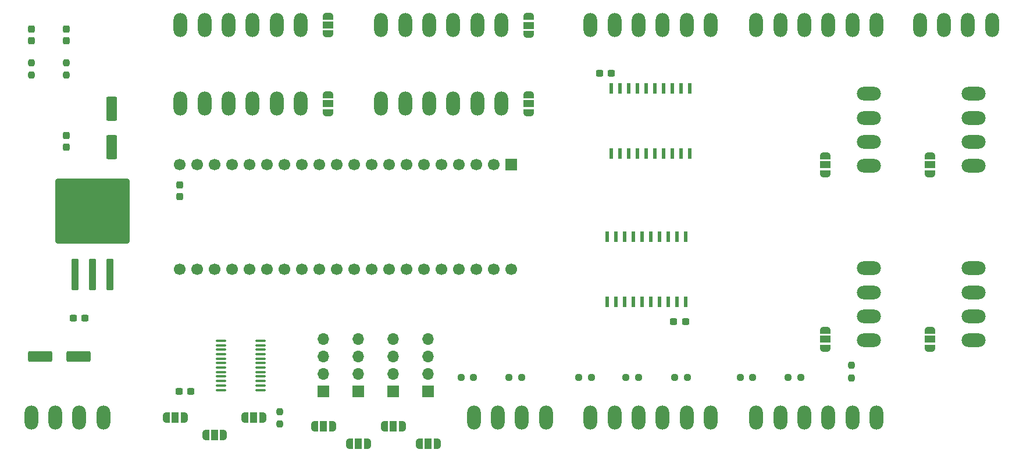
<source format=gbr>
%TF.GenerationSoftware,KiCad,Pcbnew,8.0.2*%
%TF.CreationDate,2024-06-18T22:48:15+02:00*%
%TF.ProjectId,radom-controller,7261646f-6d2d-4636-9f6e-74726f6c6c65,rev?*%
%TF.SameCoordinates,Original*%
%TF.FileFunction,Soldermask,Top*%
%TF.FilePolarity,Negative*%
%FSLAX46Y46*%
G04 Gerber Fmt 4.6, Leading zero omitted, Abs format (unit mm)*
G04 Created by KiCad (PCBNEW 8.0.2) date 2024-06-18 22:48:15*
%MOMM*%
%LPD*%
G01*
G04 APERTURE LIST*
G04 Aperture macros list*
%AMRoundRect*
0 Rectangle with rounded corners*
0 $1 Rounding radius*
0 $2 $3 $4 $5 $6 $7 $8 $9 X,Y pos of 4 corners*
0 Add a 4 corners polygon primitive as box body*
4,1,4,$2,$3,$4,$5,$6,$7,$8,$9,$2,$3,0*
0 Add four circle primitives for the rounded corners*
1,1,$1+$1,$2,$3*
1,1,$1+$1,$4,$5*
1,1,$1+$1,$6,$7*
1,1,$1+$1,$8,$9*
0 Add four rect primitives between the rounded corners*
20,1,$1+$1,$2,$3,$4,$5,0*
20,1,$1+$1,$4,$5,$6,$7,0*
20,1,$1+$1,$6,$7,$8,$9,0*
20,1,$1+$1,$8,$9,$2,$3,0*%
%AMFreePoly0*
4,1,19,0.550000,-0.750000,0.000000,-0.750000,0.000000,-0.744911,-0.071157,-0.744911,-0.207708,-0.704816,-0.327430,-0.627875,-0.420627,-0.520320,-0.479746,-0.390866,-0.500000,-0.250000,-0.500000,0.250000,-0.479746,0.390866,-0.420627,0.520320,-0.327430,0.627875,-0.207708,0.704816,-0.071157,0.744911,0.000000,0.744911,0.000000,0.750000,0.550000,0.750000,0.550000,-0.750000,0.550000,-0.750000,
$1*%
%AMFreePoly1*
4,1,19,0.000000,0.744911,0.071157,0.744911,0.207708,0.704816,0.327430,0.627875,0.420627,0.520320,0.479746,0.390866,0.500000,0.250000,0.500000,-0.250000,0.479746,-0.390866,0.420627,-0.520320,0.327430,-0.627875,0.207708,-0.704816,0.071157,-0.744911,0.000000,-0.744911,0.000000,-0.750000,-0.550000,-0.750000,-0.550000,0.750000,0.000000,0.750000,0.000000,0.744911,0.000000,0.744911,
$1*%
G04 Aperture macros list end*
%ADD10RoundRect,0.237500X-0.237500X0.287500X-0.237500X-0.287500X0.237500X-0.287500X0.237500X0.287500X0*%
%ADD11FreePoly0,0.000000*%
%ADD12R,1.000000X1.500000*%
%ADD13FreePoly1,0.000000*%
%ADD14O,2.000000X3.500000*%
%ADD15RoundRect,0.237500X0.300000X0.237500X-0.300000X0.237500X-0.300000X-0.237500X0.300000X-0.237500X0*%
%ADD16FreePoly0,270.000000*%
%ADD17R,1.500000X1.000000*%
%ADD18FreePoly1,270.000000*%
%ADD19O,3.500000X2.000000*%
%ADD20RoundRect,0.237500X0.237500X-0.250000X0.237500X0.250000X-0.237500X0.250000X-0.237500X-0.250000X0*%
%ADD21R,1.700000X1.700000*%
%ADD22C,1.700000*%
%ADD23RoundRect,0.237500X0.250000X0.237500X-0.250000X0.237500X-0.250000X-0.237500X0.250000X-0.237500X0*%
%ADD24R,0.600000X1.500000*%
%ADD25O,1.700000X1.700000*%
%ADD26RoundRect,0.237500X-0.237500X0.300000X-0.237500X-0.300000X0.237500X-0.300000X0.237500X0.300000X0*%
%ADD27RoundRect,0.250000X0.300000X-2.050000X0.300000X2.050000X-0.300000X2.050000X-0.300000X-2.050000X0*%
%ADD28RoundRect,0.250002X5.149998X-4.449998X5.149998X4.449998X-5.149998X4.449998X-5.149998X-4.449998X0*%
%ADD29RoundRect,0.250000X1.500000X0.550000X-1.500000X0.550000X-1.500000X-0.550000X1.500000X-0.550000X0*%
%ADD30RoundRect,0.237500X0.237500X-0.300000X0.237500X0.300000X-0.237500X0.300000X-0.237500X-0.300000X0*%
%ADD31RoundRect,0.100000X0.637500X0.100000X-0.637500X0.100000X-0.637500X-0.100000X0.637500X-0.100000X0*%
%ADD32RoundRect,0.250000X0.550000X-1.500000X0.550000X1.500000X-0.550000X1.500000X-0.550000X-1.500000X0*%
G04 APERTURE END LIST*
D10*
%TO.C,D2*%
X60960000Y-71656000D03*
X60960000Y-73406000D03*
%TD*%
D11*
%TO.C,JP11*%
X75535000Y-128270000D03*
D12*
X76835000Y-128270000D03*
D13*
X78135000Y-128270000D03*
%TD*%
D14*
%TO.C,J8*%
X124320000Y-82550000D03*
X120820000Y-82550000D03*
X117320000Y-82550000D03*
X113820000Y-82550000D03*
X110320000Y-82550000D03*
X106820000Y-82550000D03*
%TD*%
%TO.C,J10*%
X178930000Y-71120000D03*
X175430000Y-71120000D03*
X171930000Y-71120000D03*
X168430000Y-71120000D03*
X164930000Y-71120000D03*
X161430000Y-71120000D03*
%TD*%
%TO.C,J3*%
X137300000Y-128270000D03*
X140800000Y-128270000D03*
X144300000Y-128270000D03*
X147800000Y-128270000D03*
X151300000Y-128270000D03*
X154800000Y-128270000D03*
%TD*%
D15*
%TO.C,C7*%
X140335000Y-78105000D03*
X138610000Y-78105000D03*
%TD*%
D16*
%TO.C,JP7*%
X186690000Y-115540000D03*
D17*
X186690000Y-116840000D03*
D18*
X186690000Y-118140000D03*
%TD*%
D14*
%TO.C,J4*%
X120310000Y-128270000D03*
X123810000Y-128270000D03*
X127310000Y-128270000D03*
X130810000Y-128270000D03*
%TD*%
%TO.C,J2*%
X161430000Y-128270000D03*
X164930000Y-128270000D03*
X168430000Y-128270000D03*
X171930000Y-128270000D03*
X175430000Y-128270000D03*
X178930000Y-128270000D03*
%TD*%
D16*
%TO.C,JP2*%
X128270000Y-69850000D03*
D17*
X128270000Y-71150000D03*
D18*
X128270000Y-72450000D03*
%TD*%
D15*
%TO.C,C1*%
X151130000Y-114300000D03*
X149405000Y-114300000D03*
%TD*%
D19*
%TO.C,J12*%
X177800000Y-117010000D03*
X177800000Y-113510000D03*
X177800000Y-110010000D03*
X177800000Y-106510000D03*
%TD*%
D16*
%TO.C,JP5*%
X171450000Y-115540000D03*
D17*
X171450000Y-116840000D03*
D18*
X171450000Y-118140000D03*
%TD*%
D16*
%TO.C,JP3*%
X99060000Y-81250000D03*
D17*
X99060000Y-82550000D03*
D18*
X99060000Y-83850000D03*
%TD*%
D20*
%TO.C,R11*%
X92075000Y-129182500D03*
X92075000Y-127357500D03*
%TD*%
D21*
%TO.C,U3*%
X125730000Y-91440000D03*
D22*
X123190000Y-91440000D03*
X120650000Y-91440000D03*
X118110000Y-91440000D03*
X115570000Y-91440000D03*
X113030000Y-91440000D03*
X110490000Y-91440000D03*
X107950000Y-91440000D03*
X105410000Y-91440000D03*
X102870000Y-91440000D03*
X100330000Y-91440000D03*
X97790000Y-91440000D03*
X95250000Y-91440000D03*
X92710000Y-91440000D03*
X90170000Y-91440000D03*
X87630000Y-91440000D03*
X85090000Y-91440000D03*
X82550000Y-91440000D03*
X80010000Y-91440000D03*
X77470000Y-91440000D03*
X77470000Y-106680000D03*
X80010000Y-106680000D03*
X82550000Y-106680000D03*
X85090000Y-106680000D03*
X87630000Y-106680000D03*
X90170000Y-106680000D03*
X92710000Y-106680000D03*
X95250000Y-106680000D03*
X97790000Y-106680000D03*
X100330000Y-106680000D03*
X102870000Y-106680000D03*
X105410000Y-106680000D03*
X107950000Y-106680000D03*
X110490000Y-106680000D03*
X113030000Y-106680000D03*
X115570000Y-106680000D03*
X118110000Y-106680000D03*
X120650000Y-106680000D03*
X123190000Y-106680000D03*
X125730000Y-106680000D03*
%TD*%
D14*
%TO.C,J9*%
X154800000Y-71120000D03*
X151300000Y-71120000D03*
X147800000Y-71120000D03*
X144300000Y-71120000D03*
X140800000Y-71120000D03*
X137300000Y-71120000D03*
%TD*%
D23*
%TO.C,R10*%
X120292500Y-122428000D03*
X118467500Y-122428000D03*
%TD*%
%TO.C,R4*%
X160932500Y-122428000D03*
X159107500Y-122428000D03*
%TD*%
%TO.C,R7*%
X137437500Y-122428000D03*
X135612500Y-122428000D03*
%TD*%
D16*
%TO.C,JP12*%
X186690000Y-90140000D03*
D17*
X186690000Y-91440000D03*
D18*
X186690000Y-92740000D03*
%TD*%
D20*
%TO.C,R2*%
X175260000Y-122475000D03*
X175260000Y-120650000D03*
%TD*%
D15*
%TO.C,C8*%
X79094500Y-124460000D03*
X77369500Y-124460000D03*
%TD*%
D24*
%TO.C,U1*%
X151130000Y-101930000D03*
X149860000Y-101930000D03*
X148590000Y-101930000D03*
X147320000Y-101930000D03*
X146050000Y-101930000D03*
X144780000Y-101930000D03*
X143510000Y-101930000D03*
X142240000Y-101930000D03*
X140970000Y-101930000D03*
X139700000Y-101930000D03*
X139700000Y-111430000D03*
X140970000Y-111430000D03*
X142240000Y-111430000D03*
X143510000Y-111430000D03*
X144780000Y-111430000D03*
X146050000Y-111430000D03*
X147320000Y-111430000D03*
X148590000Y-111430000D03*
X149860000Y-111430000D03*
X151130000Y-111430000D03*
%TD*%
D20*
%TO.C,R1*%
X55880000Y-78382500D03*
X55880000Y-76557500D03*
%TD*%
D19*
%TO.C,J16*%
X193040000Y-91610000D03*
X193040000Y-88110000D03*
X193040000Y-84610000D03*
X193040000Y-81110000D03*
%TD*%
D16*
%TO.C,JP14*%
X171450000Y-90140000D03*
D17*
X171450000Y-91440000D03*
D18*
X171450000Y-92740000D03*
%TD*%
D11*
%TO.C,JP6*%
X112365000Y-132080000D03*
D12*
X113665000Y-132080000D03*
D13*
X114965000Y-132080000D03*
%TD*%
D14*
%TO.C,J6*%
X124320000Y-71120000D03*
X120820000Y-71120000D03*
X117320000Y-71120000D03*
X113820000Y-71120000D03*
X110320000Y-71120000D03*
X106820000Y-71120000D03*
%TD*%
D21*
%TO.C,J13*%
X113665000Y-124460000D03*
D25*
X113665000Y-121920000D03*
X113665000Y-119380000D03*
X113665000Y-116840000D03*
%TD*%
D11*
%TO.C,JP15*%
X97125000Y-129540000D03*
D12*
X98425000Y-129540000D03*
D13*
X99725000Y-129540000D03*
%TD*%
D14*
%TO.C,J5*%
X95110000Y-71120000D03*
X91610000Y-71120000D03*
X88110000Y-71120000D03*
X84610000Y-71120000D03*
X81110000Y-71120000D03*
X77610000Y-71120000D03*
%TD*%
D23*
%TO.C,R3*%
X167917500Y-122428000D03*
X166092500Y-122428000D03*
%TD*%
D11*
%TO.C,JP10*%
X81280000Y-130810000D03*
D12*
X82580000Y-130810000D03*
D13*
X83880000Y-130810000D03*
%TD*%
D11*
%TO.C,JP9*%
X86965000Y-128270000D03*
D12*
X88265000Y-128270000D03*
D13*
X89565000Y-128270000D03*
%TD*%
D19*
%TO.C,J14*%
X193040000Y-117010000D03*
X193040000Y-113510000D03*
X193040000Y-110010000D03*
X193040000Y-106510000D03*
%TD*%
D21*
%TO.C,J17*%
X103505000Y-124460000D03*
D25*
X103505000Y-121920000D03*
X103505000Y-119380000D03*
X103505000Y-116840000D03*
%TD*%
D16*
%TO.C,JP1*%
X99060000Y-69790000D03*
D17*
X99060000Y-71090000D03*
D18*
X99060000Y-72390000D03*
%TD*%
D26*
%TO.C,C6*%
X77470000Y-94387500D03*
X77470000Y-96112500D03*
%TD*%
D19*
%TO.C,J18*%
X177800000Y-91610000D03*
X177800000Y-88110000D03*
X177800000Y-84610000D03*
X177800000Y-81110000D03*
%TD*%
D27*
%TO.C,U2*%
X62249000Y-107375000D03*
X64789000Y-107375000D03*
D28*
X64789000Y-98225000D03*
D27*
X67329000Y-107375000D03*
%TD*%
D11*
%TO.C,JP13*%
X102205000Y-132080000D03*
D12*
X103505000Y-132080000D03*
D13*
X104805000Y-132080000D03*
%TD*%
D10*
%TO.C,D1*%
X55880000Y-71656000D03*
X55880000Y-73406000D03*
%TD*%
D21*
%TO.C,J15*%
X108585000Y-124460000D03*
D25*
X108585000Y-121920000D03*
X108585000Y-119380000D03*
X108585000Y-116840000D03*
%TD*%
D23*
%TO.C,R9*%
X127277500Y-122428000D03*
X125452500Y-122428000D03*
%TD*%
D14*
%TO.C,J11*%
X195750000Y-71120000D03*
X192250000Y-71120000D03*
X188750000Y-71120000D03*
X185250000Y-71120000D03*
%TD*%
D23*
%TO.C,R5*%
X151384000Y-122428000D03*
X149559000Y-122428000D03*
%TD*%
D15*
%TO.C,C3*%
X63701000Y-113792000D03*
X61976000Y-113792000D03*
%TD*%
D14*
%TO.C,J1*%
X55880000Y-128270000D03*
X59380000Y-128270000D03*
X62880000Y-128270000D03*
X66380000Y-128270000D03*
%TD*%
%TO.C,J7*%
X95110000Y-82550000D03*
X91610000Y-82550000D03*
X88110000Y-82550000D03*
X84610000Y-82550000D03*
X81110000Y-82550000D03*
X77610000Y-82550000D03*
%TD*%
D21*
%TO.C,J19*%
X98425000Y-124460000D03*
D25*
X98425000Y-121920000D03*
X98425000Y-119380000D03*
X98425000Y-116840000D03*
%TD*%
D24*
%TO.C,U4*%
X140335000Y-89840000D03*
X141605000Y-89840000D03*
X142875000Y-89840000D03*
X144145000Y-89840000D03*
X145415000Y-89840000D03*
X146685000Y-89840000D03*
X147955000Y-89840000D03*
X149225000Y-89840000D03*
X150495000Y-89840000D03*
X151765000Y-89840000D03*
X151765000Y-80340000D03*
X150495000Y-80340000D03*
X149225000Y-80340000D03*
X147955000Y-80340000D03*
X146685000Y-80340000D03*
X145415000Y-80340000D03*
X144145000Y-80340000D03*
X142875000Y-80340000D03*
X141605000Y-80340000D03*
X140335000Y-80340000D03*
%TD*%
D16*
%TO.C,JP4*%
X128270000Y-81250000D03*
D17*
X128270000Y-82550000D03*
D18*
X128270000Y-83850000D03*
%TD*%
D20*
%TO.C,R8*%
X60960000Y-78382500D03*
X60960000Y-76557500D03*
%TD*%
D29*
%TO.C,C2*%
X62744000Y-119380000D03*
X57144000Y-119380000D03*
%TD*%
D11*
%TO.C,JP8*%
X107285000Y-129540000D03*
D12*
X108585000Y-129540000D03*
D13*
X109885000Y-129540000D03*
%TD*%
D30*
%TO.C,C4*%
X60960000Y-88900000D03*
X60960000Y-87175000D03*
%TD*%
D31*
%TO.C,U5*%
X89222500Y-124225000D03*
X89222500Y-123575000D03*
X89222500Y-122925000D03*
X89222500Y-122275000D03*
X89222500Y-121625000D03*
X89222500Y-120975000D03*
X89222500Y-120325000D03*
X89222500Y-119675000D03*
X89222500Y-119025000D03*
X89222500Y-118375000D03*
X89222500Y-117725000D03*
X89222500Y-117075000D03*
X83497500Y-117075000D03*
X83497500Y-117725000D03*
X83497500Y-118375000D03*
X83497500Y-119025000D03*
X83497500Y-119675000D03*
X83497500Y-120325000D03*
X83497500Y-120975000D03*
X83497500Y-121625000D03*
X83497500Y-122275000D03*
X83497500Y-122925000D03*
X83497500Y-123575000D03*
X83497500Y-124225000D03*
%TD*%
D23*
%TO.C,R6*%
X144272000Y-122428000D03*
X142447000Y-122428000D03*
%TD*%
D32*
%TO.C,C5*%
X67564000Y-88900000D03*
X67564000Y-83300000D03*
%TD*%
M02*

</source>
